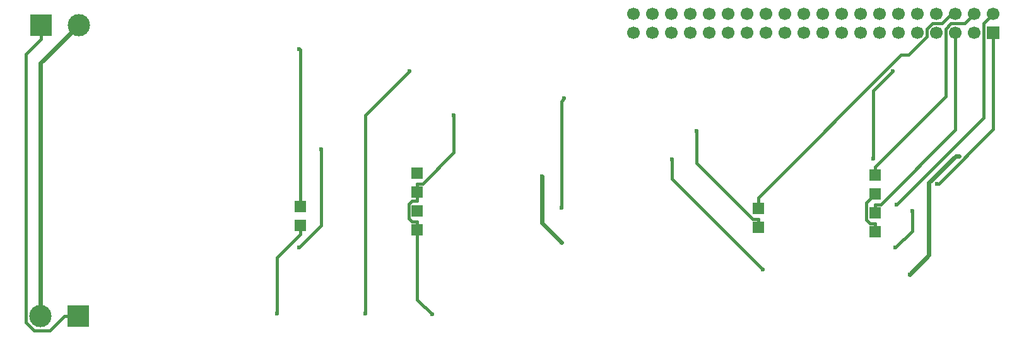
<source format=gbr>
%TF.GenerationSoftware,KiCad,Pcbnew,9.0.2*%
%TF.CreationDate,2025-07-01T15:23:45+02:00*%
%TF.ProjectId,pa-cockpit_door_video,70612d63-6f63-46b7-9069-745f646f6f72,rev?*%
%TF.SameCoordinates,Original*%
%TF.FileFunction,Copper,L2,Bot*%
%TF.FilePolarity,Positive*%
%FSLAX46Y46*%
G04 Gerber Fmt 4.6, Leading zero omitted, Abs format (unit mm)*
G04 Created by KiCad (PCBNEW 9.0.2) date 2025-07-01 15:23:45*
%MOMM*%
%LPD*%
G01*
G04 APERTURE LIST*
%TA.AperFunction,ComponentPad*%
%ADD10R,1.700000X1.700000*%
%TD*%
%TA.AperFunction,ComponentPad*%
%ADD11C,1.700000*%
%TD*%
%TA.AperFunction,ComponentPad*%
%ADD12R,3.000000X3.000000*%
%TD*%
%TA.AperFunction,ComponentPad*%
%ADD13C,3.000000*%
%TD*%
%TA.AperFunction,ComponentPad*%
%ADD14R,1.500000X1.500000*%
%TD*%
%TA.AperFunction,ViaPad*%
%ADD15C,0.600000*%
%TD*%
%TA.AperFunction,Conductor*%
%ADD16C,0.400000*%
%TD*%
%TA.AperFunction,Conductor*%
%ADD17C,0.600000*%
%TD*%
G04 APERTURE END LIST*
D10*
%TO.P,J3,1,Pin_1*%
%TO.N,Net-(J3-Pin_1)*%
X212425000Y-75475000D03*
D11*
%TO.P,J3,2,Pin_2*%
%TO.N,Net-(J3-Pin_2)*%
X212425000Y-72935000D03*
%TO.P,J3,3,Pin_3*%
%TO.N,Net-(J3-Pin_3)*%
X209885000Y-75475000D03*
%TO.P,J3,4,Pin_4*%
%TO.N,Net-(J3-Pin_4)*%
X209885000Y-72935000D03*
%TO.P,J3,5,Pin_5*%
%TO.N,Net-(J3-Pin_5)*%
X207345000Y-75475000D03*
%TO.P,J3,6,Pin_6*%
%TO.N,Net-(J3-Pin_6)*%
X207345000Y-72935000D03*
%TO.P,J3,7,Pin_7*%
%TO.N,unconnected-(J3-Pin_7-Pad7)*%
X204805000Y-75475000D03*
%TO.P,J3,8,Pin_8*%
%TO.N,unconnected-(J3-Pin_8-Pad8)*%
X204805000Y-72935000D03*
%TO.P,J3,9,Pin_9*%
%TO.N,unconnected-(J3-Pin_9-Pad9)*%
X202265000Y-75475000D03*
%TO.P,J3,10,Pin_10*%
%TO.N,unconnected-(J3-Pin_10-Pad10)*%
X202265000Y-72935000D03*
%TO.P,J3,11,Pin_11*%
%TO.N,unconnected-(J3-Pin_11-Pad11)*%
X199725000Y-75475000D03*
%TO.P,J3,12,Pin_12*%
%TO.N,unconnected-(J3-Pin_12-Pad12)*%
X199725000Y-72935000D03*
%TO.P,J3,13,Pin_13*%
%TO.N,unconnected-(J3-Pin_13-Pad13)*%
X197185000Y-75475000D03*
%TO.P,J3,14,Pin_14*%
%TO.N,unconnected-(J3-Pin_14-Pad14)*%
X197185000Y-72935000D03*
%TO.P,J3,15,Pin_15*%
%TO.N,unconnected-(J3-Pin_15-Pad15)*%
X194645000Y-75475000D03*
%TO.P,J3,16,Pin_16*%
%TO.N,unconnected-(J3-Pin_16-Pad16)*%
X194645000Y-72935000D03*
%TO.P,J3,17,Pin_17*%
%TO.N,unconnected-(J3-Pin_17-Pad17)*%
X192105000Y-75475000D03*
%TO.P,J3,18,Pin_18*%
%TO.N,unconnected-(J3-Pin_18-Pad18)*%
X192105000Y-72935000D03*
%TO.P,J3,19,Pin_19*%
%TO.N,unconnected-(J3-Pin_19-Pad19)*%
X189565000Y-75475000D03*
%TO.P,J3,20,Pin_20*%
%TO.N,unconnected-(J3-Pin_20-Pad20)*%
X189565000Y-72935000D03*
%TO.P,J3,21,Pin_21*%
%TO.N,unconnected-(J3-Pin_21-Pad21)*%
X187025000Y-75475000D03*
%TO.P,J3,22,Pin_22*%
%TO.N,unconnected-(J3-Pin_22-Pad22)*%
X187025000Y-72935000D03*
%TO.P,J3,23,Pin_23*%
%TO.N,unconnected-(J3-Pin_23-Pad23)*%
X184485000Y-75475000D03*
%TO.P,J3,24,Pin_24*%
%TO.N,unconnected-(J3-Pin_24-Pad24)*%
X184485000Y-72935000D03*
%TO.P,J3,25,Pin_25*%
%TO.N,unconnected-(J3-Pin_25-Pad25)*%
X181945000Y-75475000D03*
%TO.P,J3,26,Pin_26*%
%TO.N,unconnected-(J3-Pin_26-Pad26)*%
X181945000Y-72935000D03*
%TO.P,J3,27,Pin_27*%
%TO.N,unconnected-(J3-Pin_27-Pad27)*%
X179405000Y-75475000D03*
%TO.P,J3,28,Pin_28*%
%TO.N,unconnected-(J3-Pin_28-Pad28)*%
X179405000Y-72935000D03*
%TO.P,J3,29,Pin_29*%
%TO.N,unconnected-(J3-Pin_29-Pad29)*%
X176865000Y-75475000D03*
%TO.P,J3,30,Pin_30*%
%TO.N,unconnected-(J3-Pin_30-Pad30)*%
X176865000Y-72935000D03*
%TO.P,J3,31,Pin_31*%
%TO.N,unconnected-(J3-Pin_31-Pad31)*%
X174325000Y-75475000D03*
%TO.P,J3,32,Pin_32*%
%TO.N,unconnected-(J3-Pin_32-Pad32)*%
X174325000Y-72935000D03*
%TO.P,J3,33,Pin_33*%
%TO.N,unconnected-(J3-Pin_33-Pad33)*%
X171785000Y-75475000D03*
%TO.P,J3,34,Pin_34*%
%TO.N,unconnected-(J3-Pin_34-Pad34)*%
X171785000Y-72935000D03*
%TO.P,J3,35,Pin_35*%
%TO.N,unconnected-(J3-Pin_35-Pad35)*%
X169245000Y-75475000D03*
%TO.P,J3,36,Pin_36*%
%TO.N,unconnected-(J3-Pin_36-Pad36)*%
X169245000Y-72935000D03*
%TO.P,J3,37,Pin_37*%
%TO.N,unconnected-(J3-Pin_37-Pad37)*%
X166705000Y-75475000D03*
%TO.P,J3,38,Pin_38*%
%TO.N,unconnected-(J3-Pin_38-Pad38)*%
X166705000Y-72935000D03*
%TO.P,J3,39,Pin_39*%
%TO.N,unconnected-(J3-Pin_39-Pad39)*%
X164165000Y-75475000D03*
%TO.P,J3,40,Pin_40*%
%TO.N,unconnected-(J3-Pin_40-Pad40)*%
X164165000Y-72935000D03*
%TD*%
D12*
%TO.P,J2,1,Pin_1*%
%TO.N,GND*%
X89650000Y-113575000D03*
D13*
%TO.P,J2,2,Pin_2*%
%TO.N,+12V*%
X84570000Y-113575000D03*
%TD*%
D14*
%TO.P,KR2,1,+5V_TOP_LED*%
%TO.N,Net-(J3-Pin_4)*%
X196600000Y-94600000D03*
%TO.P,KR2,2,GND_TOP_LED*%
%TO.N,GND*%
X196600000Y-97140000D03*
%TO.P,KR2,3,+5V_BOTTOM_LED*%
%TO.N,Net-(J3-Pin_5)*%
X196600000Y-99680000D03*
%TO.P,KR2,4,GND_BOTTOM_LED*%
%TO.N,GND*%
X196600000Y-102220000D03*
%TO.P,KR2,5,SW_IN*%
%TO.N,Net-(J3-Pin_6)*%
X180900000Y-99100000D03*
%TO.P,KR2,6,SW_OUT*%
%TO.N,GND*%
X180900000Y-101640000D03*
%TD*%
%TO.P,KR1,1,+5V_TOP_LED*%
%TO.N,Net-(J3-Pin_1)*%
X135150000Y-94350000D03*
%TO.P,KR1,2,GND_TOP_LED*%
%TO.N,GND*%
X135150000Y-96890000D03*
%TO.P,KR1,3,+5V_BOTTOM_LED*%
%TO.N,Net-(J3-Pin_2)*%
X135150000Y-99430000D03*
%TO.P,KR1,4,GND_BOTTOM_LED*%
%TO.N,GND*%
X135150000Y-101970000D03*
%TO.P,KR1,5,SW_IN*%
%TO.N,Net-(J3-Pin_3)*%
X119450000Y-98850000D03*
%TO.P,KR1,6,SW_OUT*%
%TO.N,GND*%
X119450000Y-101390000D03*
%TD*%
D12*
%TO.P,J1,1,Pin_1*%
%TO.N,GND*%
X84620000Y-74400000D03*
D13*
%TO.P,J1,2,Pin_2*%
%TO.N,+12V*%
X89700000Y-74400000D03*
%TD*%
D15*
%TO.N,Net-(D17-K)*%
X198965700Y-80590000D03*
X196340300Y-92415400D03*
%TO.N,Net-(D16-K)*%
X154854100Y-84271600D03*
X154473400Y-98991900D03*
%TO.N,Net-(J3-Pin_1)*%
X204912500Y-95751700D03*
%TO.N,Net-(J3-Pin_2)*%
X199477400Y-98576600D03*
%TO.N,Net-(J3-Pin_3)*%
X119294500Y-77621200D03*
%TO.N,GND*%
X140037600Y-86527600D03*
X137132100Y-113304600D03*
X172633900Y-88645400D03*
X116331200Y-113246800D03*
%TO.N,Net-(D15-K)*%
X199303600Y-104340400D03*
X201542100Y-99429200D03*
%TO.N,Net-(D11-K)*%
X181523800Y-107309200D03*
X169299200Y-92465200D03*
%TO.N,Net-(D8-K)*%
X134111000Y-80590000D03*
X128184400Y-113246800D03*
%TO.N,Net-(D4-K)*%
X119294500Y-104340400D03*
X122257800Y-91140400D03*
%TO.N,+12V*%
X154473400Y-103638000D03*
X151890800Y-94750600D03*
X84570000Y-95434000D03*
X201244300Y-107953800D03*
X207800600Y-92069600D03*
%TD*%
D16*
%TO.N,Net-(D17-K)*%
X196340300Y-83215400D02*
X196340300Y-92415400D01*
X198965700Y-80590000D02*
X196340300Y-83215400D01*
%TO.N,Net-(D16-K)*%
X154473400Y-84652300D02*
X154473400Y-98991900D01*
X154854100Y-84271600D02*
X154473400Y-84652300D01*
%TO.N,Net-(J3-Pin_1)*%
X212425000Y-88437500D02*
X212425000Y-75475000D01*
X205110800Y-95751700D02*
X212425000Y-88437500D01*
X204912500Y-95751700D02*
X205110800Y-95751700D01*
%TO.N,Net-(J3-Pin_4)*%
X196600000Y-94600000D02*
X196600000Y-93448300D01*
X208615000Y-74205000D02*
X209885000Y-72935000D01*
X206778900Y-74205000D02*
X208615000Y-74205000D01*
X206075000Y-74908900D02*
X206778900Y-74205000D01*
X206075000Y-83973300D02*
X206075000Y-74908900D01*
X196600000Y-93448300D02*
X206075000Y-83973300D01*
%TO.N,Net-(J3-Pin_5)*%
X196600000Y-99680000D02*
X196600000Y-98528300D01*
X197319800Y-98528300D02*
X196600000Y-98528300D01*
X207345000Y-88503100D02*
X197319800Y-98528300D01*
X207345000Y-75475000D02*
X207345000Y-88503100D01*
%TO.N,Net-(J3-Pin_2)*%
X211155000Y-86899000D02*
X199477400Y-98576600D01*
X211155000Y-74205000D02*
X211155000Y-86899000D01*
X212425000Y-72935000D02*
X211155000Y-74205000D01*
%TO.N,Net-(J3-Pin_6)*%
X206802500Y-72935000D02*
X207345000Y-72935000D01*
X205532500Y-74205000D02*
X206802500Y-72935000D01*
X204299400Y-74205000D02*
X205532500Y-74205000D01*
X203535000Y-74969400D02*
X204299400Y-74205000D01*
X203535000Y-75981400D02*
X203535000Y-74969400D01*
X201076000Y-78440400D02*
X203535000Y-75981400D01*
X200082200Y-78440400D02*
X201076000Y-78440400D01*
X180900000Y-97622600D02*
X200082200Y-78440400D01*
X180900000Y-99100000D02*
X180900000Y-97622600D01*
%TO.N,Net-(J3-Pin_3)*%
X119450000Y-77776700D02*
X119294500Y-77621200D01*
X119450000Y-98850000D02*
X119450000Y-77776700D01*
%TO.N,GND*%
X195411100Y-98328900D02*
X196600000Y-97140000D01*
X195411100Y-100599200D02*
X195411100Y-98328900D01*
X195880200Y-101068300D02*
X195411100Y-100599200D01*
X196600000Y-101068300D02*
X195880200Y-101068300D01*
X196600000Y-102220000D02*
X196600000Y-101068300D01*
X134430100Y-98041700D02*
X135150000Y-98041700D01*
X133998300Y-98473500D02*
X134430100Y-98041700D01*
X133998300Y-100386500D02*
X133998300Y-98473500D01*
X134430100Y-100818300D02*
X133998300Y-100386500D01*
X135150000Y-100818300D02*
X134430100Y-100818300D01*
X135150000Y-101970000D02*
X135150000Y-100818300D01*
X135150000Y-96890000D02*
X135150000Y-98041700D01*
X135869800Y-95738300D02*
X135150000Y-95738300D01*
X140037600Y-91570500D02*
X135869800Y-95738300D01*
X140037600Y-86527600D02*
X140037600Y-91570500D01*
X135150000Y-96890000D02*
X135150000Y-95738300D01*
X135150000Y-111322500D02*
X135150000Y-101970000D01*
X137132100Y-113304600D02*
X135150000Y-111322500D01*
X172633900Y-92942000D02*
X172633900Y-88645400D01*
X180180200Y-100488300D02*
X172633900Y-92942000D01*
X180900000Y-100488300D02*
X180180200Y-100488300D01*
X180900000Y-101640000D02*
X180900000Y-100488300D01*
X116331200Y-105660500D02*
X116331200Y-113246800D01*
X119450000Y-102541700D02*
X116331200Y-105660500D01*
X119450000Y-101390000D02*
X119450000Y-102541700D01*
X85846600Y-115476700D02*
X87748300Y-113575000D01*
X83730100Y-115476700D02*
X85846600Y-115476700D01*
X82621100Y-114367700D02*
X83730100Y-115476700D01*
X82621100Y-78300600D02*
X82621100Y-114367700D01*
X84620000Y-76301700D02*
X82621100Y-78300600D01*
X84620000Y-74400000D02*
X84620000Y-76301700D01*
X89650000Y-113575000D02*
X87748300Y-113575000D01*
%TO.N,Net-(D15-K)*%
X201542100Y-102101900D02*
X201542100Y-99429200D01*
X199303600Y-104340400D02*
X201542100Y-102101900D01*
%TO.N,Net-(D11-K)*%
X169299200Y-95084600D02*
X169299200Y-92465200D01*
X181523800Y-107309200D02*
X169299200Y-95084600D01*
%TO.N,Net-(D8-K)*%
X128184400Y-86516600D02*
X128184400Y-113246800D01*
X134111000Y-80590000D02*
X128184400Y-86516600D01*
%TO.N,Net-(D4-K)*%
X122257800Y-101377100D02*
X122257800Y-91140400D01*
X119294500Y-104340400D02*
X122257800Y-101377100D01*
D17*
%TO.N,+12V*%
X151890800Y-101055400D02*
X151890800Y-94750600D01*
X154473400Y-103638000D02*
X151890800Y-101055400D01*
X84570000Y-79530000D02*
X89700000Y-74400000D01*
X84570000Y-95434000D02*
X84570000Y-79530000D01*
X207387600Y-92069600D02*
X207800600Y-92069600D01*
X203819600Y-95637600D02*
X207387600Y-92069600D01*
X203819600Y-105378500D02*
X203819600Y-95637600D01*
X201244300Y-107953800D02*
X203819600Y-105378500D01*
X84570000Y-113575000D02*
X84570000Y-95434000D01*
%TD*%
M02*

</source>
